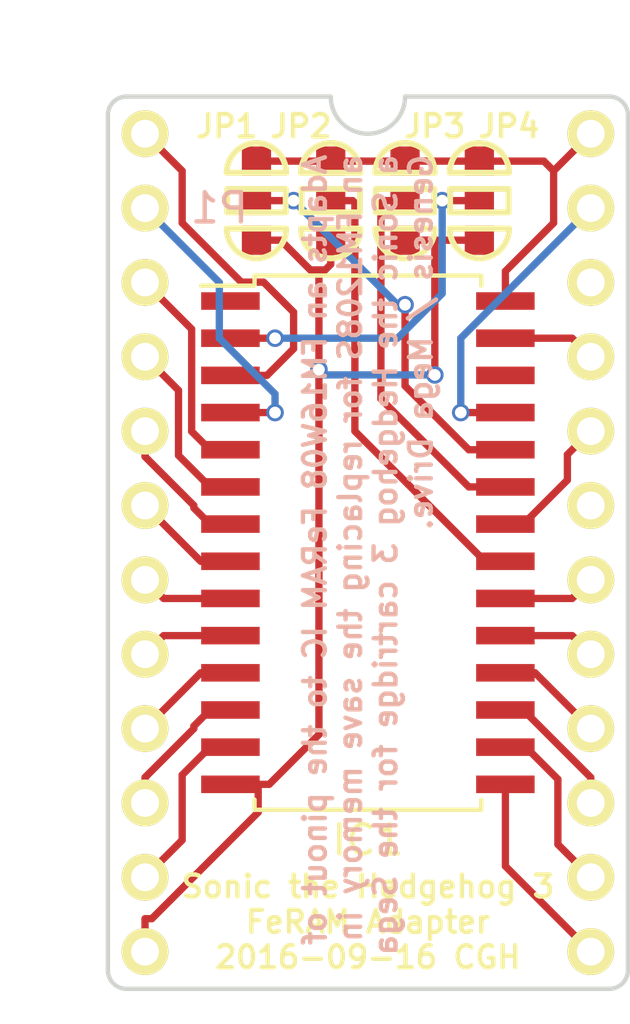
<source format=kicad_pcb>
(kicad_pcb (version 20171130) (host pcbnew "(5.1.12)-1")

  (general
    (thickness 1.6)
    (drawings 12)
    (tracks 126)
    (zones 0)
    (modules 6)
    (nets 29)
  )

  (page A4)
  (layers
    (0 F.Cu signal)
    (31 B.Cu signal)
    (32 B.Adhes user hide)
    (33 F.Adhes user hide)
    (34 B.Paste user)
    (35 F.Paste user hide)
    (36 B.SilkS user)
    (37 F.SilkS user)
    (38 B.Mask user)
    (39 F.Mask user)
    (40 Dwgs.User user)
    (41 Cmts.User user)
    (42 Eco1.User user)
    (43 Eco2.User user)
    (44 Edge.Cuts user)
    (45 Margin user)
    (46 B.CrtYd user)
    (47 F.CrtYd user)
    (48 B.Fab user)
    (49 F.Fab user)
  )

  (setup
    (last_trace_width 0.25)
    (trace_clearance 0.2)
    (zone_clearance 0.254)
    (zone_45_only no)
    (trace_min 0.2)
    (via_size 0.6)
    (via_drill 0.4)
    (via_min_size 0.4)
    (via_min_drill 0.3)
    (uvia_size 0.3)
    (uvia_drill 0.1)
    (uvias_allowed no)
    (uvia_min_size 0.2)
    (uvia_min_drill 0.1)
    (edge_width 0.15)
    (segment_width 0.2)
    (pcb_text_width 0.3)
    (pcb_text_size 1.5 1.5)
    (mod_edge_width 0.15)
    (mod_text_size 1 1)
    (mod_text_width 0.15)
    (pad_size 1.6 1.6)
    (pad_drill 0.95)
    (pad_to_mask_clearance 0.0762)
    (aux_axis_origin 0 0)
    (visible_elements 7FFFFFFF)
    (pcbplotparams
      (layerselection 0x00030_80000001)
      (usegerberextensions false)
      (usegerberattributes true)
      (usegerberadvancedattributes true)
      (creategerberjobfile true)
      (excludeedgelayer true)
      (linewidth 0.100000)
      (plotframeref false)
      (viasonmask false)
      (mode 1)
      (useauxorigin false)
      (hpglpennumber 1)
      (hpglpenspeed 20)
      (hpglpendiameter 15.000000)
      (psnegative false)
      (psa4output false)
      (plotreference true)
      (plotvalue true)
      (plotinvisibletext false)
      (padsonsilk false)
      (subtractmaskfromsilk false)
      (outputformat 1)
      (mirror false)
      (drillshape 1)
      (scaleselection 1)
      (outputdirectory ""))
  )

  (net 0 "")
  (net 1 GND)
  (net 2 "Net-(IC1-Pad3)")
  (net 3 "Net-(IC1-Pad4)")
  (net 4 "Net-(IC1-Pad5)")
  (net 5 "Net-(IC1-Pad6)")
  (net 6 "Net-(IC1-Pad7)")
  (net 7 "Net-(IC1-Pad8)")
  (net 8 "Net-(IC1-Pad9)")
  (net 9 "Net-(IC1-Pad10)")
  (net 10 "Net-(IC1-Pad11)")
  (net 11 "Net-(IC1-Pad12)")
  (net 12 "Net-(IC1-Pad13)")
  (net 13 "Net-(IC1-Pad15)")
  (net 14 "Net-(IC1-Pad16)")
  (net 15 "Net-(IC1-Pad17)")
  (net 16 "Net-(IC1-Pad18)")
  (net 17 "Net-(IC1-Pad19)")
  (net 18 "Net-(IC1-Pad20)")
  (net 19 "Net-(IC1-Pad22)")
  (net 20 "Net-(IC1-Pad25)")
  (net 21 "Net-(IC1-Pad27)")
  (net 22 +5V)
  (net 23 "Net-(P1-Pad19)")
  (net 24 "Net-(P1-Pad22)")
  (net 25 "Net-(IC1-Pad2)")
  (net 26 "Net-(IC1-Pad21)")
  (net 27 "Net-(IC1-Pad23)")
  (net 28 "Net-(IC1-Pad24)")

  (net_class Default "This is the default net class."
    (clearance 0.2)
    (trace_width 0.25)
    (via_dia 0.6)
    (via_drill 0.4)
    (uvia_dia 0.3)
    (uvia_drill 0.1)
    (add_net +5V)
    (add_net GND)
    (add_net "Net-(IC1-Pad10)")
    (add_net "Net-(IC1-Pad11)")
    (add_net "Net-(IC1-Pad12)")
    (add_net "Net-(IC1-Pad13)")
    (add_net "Net-(IC1-Pad15)")
    (add_net "Net-(IC1-Pad16)")
    (add_net "Net-(IC1-Pad17)")
    (add_net "Net-(IC1-Pad18)")
    (add_net "Net-(IC1-Pad19)")
    (add_net "Net-(IC1-Pad2)")
    (add_net "Net-(IC1-Pad20)")
    (add_net "Net-(IC1-Pad21)")
    (add_net "Net-(IC1-Pad22)")
    (add_net "Net-(IC1-Pad23)")
    (add_net "Net-(IC1-Pad24)")
    (add_net "Net-(IC1-Pad25)")
    (add_net "Net-(IC1-Pad27)")
    (add_net "Net-(IC1-Pad3)")
    (add_net "Net-(IC1-Pad4)")
    (add_net "Net-(IC1-Pad5)")
    (add_net "Net-(IC1-Pad6)")
    (add_net "Net-(IC1-Pad7)")
    (add_net "Net-(IC1-Pad8)")
    (add_net "Net-(IC1-Pad9)")
    (add_net "Net-(P1-Pad19)")
    (add_net "Net-(P1-Pad22)")
  )

  (module Housings_DIP:DIP-24_W15.24mm (layer F.Cu) (tedit 57DC65B6) (tstamp 57C88CFF)
    (at 68.58 62.23)
    (descr "24-lead dip package, row spacing 15.24 mm (600 mils)")
    (tags "dil dip 2.54 600")
    (path /57C84E85)
    (fp_text reference P1 (at 2.54 2.54) (layer B.SilkS)
      (effects (font (size 1 1) (thickness 0.15)) (justify mirror))
    )
    (fp_text value CONN_02X12 (at 0 -3.72) (layer F.Fab)
      (effects (font (size 1 1) (thickness 0.15)))
    )
    (fp_line (start -1.05 30.4) (end 16.3 30.4) (layer F.CrtYd) (width 0.05))
    (fp_line (start -1.05 -2.45) (end 16.3 -2.45) (layer F.CrtYd) (width 0.05))
    (fp_line (start 16.3 -2.45) (end 16.3 30.4) (layer F.CrtYd) (width 0.05))
    (fp_line (start -1.05 -2.45) (end -1.05 30.4) (layer F.CrtYd) (width 0.05))
    (pad 1 thru_hole oval (at 0 0) (size 1.6 1.6) (drill 0.95) (layers *.Cu *.Mask F.SilkS)
      (net 2 "Net-(IC1-Pad3)"))
    (pad 2 thru_hole oval (at 0 2.54) (size 1.6 1.6) (drill 0.95) (layers *.Cu *.Mask F.SilkS)
      (net 3 "Net-(IC1-Pad4)"))
    (pad 3 thru_hole oval (at 0 5.08) (size 1.6 1.6) (drill 0.95) (layers *.Cu *.Mask F.SilkS)
      (net 4 "Net-(IC1-Pad5)"))
    (pad 4 thru_hole oval (at 0 7.62) (size 1.6 1.6) (drill 0.95) (layers *.Cu *.Mask F.SilkS)
      (net 5 "Net-(IC1-Pad6)"))
    (pad 5 thru_hole oval (at 0 10.16) (size 1.6 1.6) (drill 0.95) (layers *.Cu *.Mask F.SilkS)
      (net 6 "Net-(IC1-Pad7)"))
    (pad 6 thru_hole oval (at 0 12.7) (size 1.6 1.6) (drill 0.95) (layers *.Cu *.Mask F.SilkS)
      (net 7 "Net-(IC1-Pad8)"))
    (pad 7 thru_hole oval (at 0 15.24) (size 1.6 1.6) (drill 0.95) (layers *.Cu *.Mask F.SilkS)
      (net 8 "Net-(IC1-Pad9)"))
    (pad 8 thru_hole oval (at 0 17.78) (size 1.6 1.6) (drill 0.95) (layers *.Cu *.Mask F.SilkS)
      (net 9 "Net-(IC1-Pad10)"))
    (pad 9 thru_hole oval (at 0 20.32) (size 1.6 1.6) (drill 0.95) (layers *.Cu *.Mask F.SilkS)
      (net 10 "Net-(IC1-Pad11)"))
    (pad 10 thru_hole oval (at 0 22.86) (size 1.6 1.6) (drill 0.95) (layers *.Cu *.Mask F.SilkS)
      (net 11 "Net-(IC1-Pad12)"))
    (pad 11 thru_hole oval (at 0 25.4) (size 1.6 1.6) (drill 0.95) (layers *.Cu *.Mask F.SilkS)
      (net 12 "Net-(IC1-Pad13)"))
    (pad 12 thru_hole oval (at 0 27.94) (size 1.6 1.6) (drill 0.95) (layers *.Cu *.Mask F.SilkS)
      (net 1 GND))
    (pad 13 thru_hole oval (at 15.24 27.94) (size 1.6 1.6) (drill 0.95) (layers *.Cu *.Mask F.SilkS)
      (net 13 "Net-(IC1-Pad15)"))
    (pad 14 thru_hole oval (at 15.24 25.4) (size 1.6 1.6) (drill 0.95) (layers *.Cu *.Mask F.SilkS)
      (net 14 "Net-(IC1-Pad16)"))
    (pad 15 thru_hole oval (at 15.24 22.86) (size 1.6 1.6) (drill 0.95) (layers *.Cu *.Mask F.SilkS)
      (net 15 "Net-(IC1-Pad17)"))
    (pad 16 thru_hole oval (at 15.24 20.32) (size 1.6 1.6) (drill 0.95) (layers *.Cu *.Mask F.SilkS)
      (net 16 "Net-(IC1-Pad18)"))
    (pad 17 thru_hole oval (at 15.24 17.78) (size 1.6 1.6) (drill 0.95) (layers *.Cu *.Mask F.SilkS)
      (net 17 "Net-(IC1-Pad19)"))
    (pad 18 thru_hole oval (at 15.24 15.24) (size 1.6 1.6) (drill 0.95) (layers *.Cu *.Mask F.SilkS)
      (net 18 "Net-(IC1-Pad20)"))
    (pad 19 thru_hole oval (at 15.24 12.7) (size 1.6 1.6) (drill 0.95) (layers *.Cu *.Mask F.SilkS)
      (net 23 "Net-(P1-Pad19)"))
    (pad 20 thru_hole oval (at 15.24 10.16) (size 1.6 1.6) (drill 0.95) (layers *.Cu *.Mask F.SilkS)
      (net 19 "Net-(IC1-Pad22)"))
    (pad 21 thru_hole oval (at 15.24 7.62) (size 1.6 1.6) (drill 0.95) (layers *.Cu *.Mask F.SilkS)
      (net 21 "Net-(IC1-Pad27)"))
    (pad 22 thru_hole oval (at 15.24 5.08) (size 1.6 1.6) (drill 0.95) (layers *.Cu *.Mask F.SilkS)
      (net 24 "Net-(P1-Pad22)"))
    (pad 23 thru_hole oval (at 15.24 2.54) (size 1.6 1.6) (drill 0.95) (layers *.Cu *.Mask F.SilkS)
      (net 20 "Net-(IC1-Pad25)"))
    (pad 24 thru_hole oval (at 15.24 0) (size 1.6 1.6) (drill 0.95) (layers *.Cu *.Mask F.SilkS)
      (net 22 +5V))
    (model Pin_Headers.3dshapes/Pin_Header_Straight_1x12.wrl
      (offset (xyz 0 -13.96999979019165 -1.523999977111816))
      (scale (xyz 1 1 1))
      (rotate (xyz 0 180 90))
    )
    (model Pin_Headers.3dshapes/Pin_Header_Straight_1x12.wrl
      (offset (xyz 15.23999977111816 -13.96999979019165 -1.523999977111816))
      (scale (xyz 1 1 1))
      (rotate (xyz 0 180 90))
    )
  )

  (module Housings_SOIC:SOIC-28_7.5x17.9mm_Pitch1.27mm (layer F.Cu) (tedit 54130A77) (tstamp 57C88CD8)
    (at 76.2 76.2)
    (descr "28-Lead Plastic Small Outline (SO) - Wide, 7.50 mm Body [SOIC] (see Microchip Packaging Specification 00000049BS.pdf)")
    (tags "SOIC 1.27")
    (path /57C84DB9)
    (attr smd)
    (fp_text reference IC1 (at 0 10.16) (layer F.SilkS)
      (effects (font (size 1 1) (thickness 0.15)))
    )
    (fp_text value FM16W08-SG (at 0 10.05) (layer F.Fab)
      (effects (font (size 1 1) (thickness 0.15)))
    )
    (fp_line (start -3.875 -8.78) (end -5.7 -8.78) (layer F.SilkS) (width 0.15))
    (fp_line (start -3.875 9.125) (end 3.875 9.125) (layer F.SilkS) (width 0.15))
    (fp_line (start -3.875 -9.125) (end 3.875 -9.125) (layer F.SilkS) (width 0.15))
    (fp_line (start -3.875 9.125) (end -3.875 8.78) (layer F.SilkS) (width 0.15))
    (fp_line (start 3.875 9.125) (end 3.875 8.78) (layer F.SilkS) (width 0.15))
    (fp_line (start 3.875 -9.125) (end 3.875 -8.78) (layer F.SilkS) (width 0.15))
    (fp_line (start -3.875 -9.125) (end -3.875 -8.78) (layer F.SilkS) (width 0.15))
    (fp_line (start -5.95 9.3) (end 5.95 9.3) (layer F.CrtYd) (width 0.05))
    (fp_line (start -5.95 -9.3) (end 5.95 -9.3) (layer F.CrtYd) (width 0.05))
    (fp_line (start 5.95 -9.3) (end 5.95 9.3) (layer F.CrtYd) (width 0.05))
    (fp_line (start -5.95 -9.3) (end -5.95 9.3) (layer F.CrtYd) (width 0.05))
    (pad 1 smd rect (at -4.7 -8.255) (size 2 0.6) (layers F.Cu F.Paste F.Mask))
    (pad 2 smd rect (at -4.7 -6.985) (size 2 0.6) (layers F.Cu F.Paste F.Mask)
      (net 25 "Net-(IC1-Pad2)"))
    (pad 3 smd rect (at -4.7 -5.715) (size 2 0.6) (layers F.Cu F.Paste F.Mask)
      (net 2 "Net-(IC1-Pad3)"))
    (pad 4 smd rect (at -4.7 -4.445) (size 2 0.6) (layers F.Cu F.Paste F.Mask)
      (net 3 "Net-(IC1-Pad4)"))
    (pad 5 smd rect (at -4.7 -3.175) (size 2 0.6) (layers F.Cu F.Paste F.Mask)
      (net 4 "Net-(IC1-Pad5)"))
    (pad 6 smd rect (at -4.7 -1.905) (size 2 0.6) (layers F.Cu F.Paste F.Mask)
      (net 5 "Net-(IC1-Pad6)"))
    (pad 7 smd rect (at -4.7 -0.635) (size 2 0.6) (layers F.Cu F.Paste F.Mask)
      (net 6 "Net-(IC1-Pad7)"))
    (pad 8 smd rect (at -4.7 0.635) (size 2 0.6) (layers F.Cu F.Paste F.Mask)
      (net 7 "Net-(IC1-Pad8)"))
    (pad 9 smd rect (at -4.7 1.905) (size 2 0.6) (layers F.Cu F.Paste F.Mask)
      (net 8 "Net-(IC1-Pad9)"))
    (pad 10 smd rect (at -4.7 3.175) (size 2 0.6) (layers F.Cu F.Paste F.Mask)
      (net 9 "Net-(IC1-Pad10)"))
    (pad 11 smd rect (at -4.7 4.445) (size 2 0.6) (layers F.Cu F.Paste F.Mask)
      (net 10 "Net-(IC1-Pad11)"))
    (pad 12 smd rect (at -4.7 5.715) (size 2 0.6) (layers F.Cu F.Paste F.Mask)
      (net 11 "Net-(IC1-Pad12)"))
    (pad 13 smd rect (at -4.7 6.985) (size 2 0.6) (layers F.Cu F.Paste F.Mask)
      (net 12 "Net-(IC1-Pad13)"))
    (pad 14 smd rect (at -4.7 8.255) (size 2 0.6) (layers F.Cu F.Paste F.Mask)
      (net 1 GND))
    (pad 15 smd rect (at 4.7 8.255) (size 2 0.6) (layers F.Cu F.Paste F.Mask)
      (net 13 "Net-(IC1-Pad15)"))
    (pad 16 smd rect (at 4.7 6.985) (size 2 0.6) (layers F.Cu F.Paste F.Mask)
      (net 14 "Net-(IC1-Pad16)"))
    (pad 17 smd rect (at 4.7 5.715) (size 2 0.6) (layers F.Cu F.Paste F.Mask)
      (net 15 "Net-(IC1-Pad17)"))
    (pad 18 smd rect (at 4.7 4.445) (size 2 0.6) (layers F.Cu F.Paste F.Mask)
      (net 16 "Net-(IC1-Pad18)"))
    (pad 19 smd rect (at 4.7 3.175) (size 2 0.6) (layers F.Cu F.Paste F.Mask)
      (net 17 "Net-(IC1-Pad19)"))
    (pad 20 smd rect (at 4.7 1.905) (size 2 0.6) (layers F.Cu F.Paste F.Mask)
      (net 18 "Net-(IC1-Pad20)"))
    (pad 21 smd rect (at 4.7 0.635) (size 2 0.6) (layers F.Cu F.Paste F.Mask)
      (net 26 "Net-(IC1-Pad21)"))
    (pad 22 smd rect (at 4.7 -0.635) (size 2 0.6) (layers F.Cu F.Paste F.Mask)
      (net 19 "Net-(IC1-Pad22)"))
    (pad 23 smd rect (at 4.7 -1.905) (size 2 0.6) (layers F.Cu F.Paste F.Mask)
      (net 27 "Net-(IC1-Pad23)"))
    (pad 24 smd rect (at 4.7 -3.175) (size 2 0.6) (layers F.Cu F.Paste F.Mask)
      (net 28 "Net-(IC1-Pad24)"))
    (pad 25 smd rect (at 4.7 -4.445) (size 2 0.6) (layers F.Cu F.Paste F.Mask)
      (net 20 "Net-(IC1-Pad25)"))
    (pad 26 smd rect (at 4.7 -5.715) (size 2 0.6) (layers F.Cu F.Paste F.Mask))
    (pad 27 smd rect (at 4.7 -6.985) (size 2 0.6) (layers F.Cu F.Paste F.Mask)
      (net 21 "Net-(IC1-Pad27)"))
    (pad 28 smd rect (at 4.7 -8.255) (size 2 0.6) (layers F.Cu F.Paste F.Mask)
      (net 22 +5V))
    (model Housings_SOIC.3dshapes/SOIC-28_7.5x17.9mm_Pitch1.27mm.wrl
      (at (xyz 0 0 0))
      (scale (xyz 1 1 1))
      (rotate (xyz 0 0 0))
    )
  )

  (module jumper:SOLDER-JUMPER_2-WAY (layer F.Cu) (tedit 0) (tstamp 57DE4FA1)
    (at 72.39 64.516 90)
    (path /57DC5DD7)
    (fp_text reference JP1 (at 2.54 -1.016 180) (layer F.SilkS)
      (effects (font (size 0.762 0.762) (thickness 0.1524)))
    )
    (fp_text value JUMPER3 (at 0 0 90) (layer F.SilkS) hide
      (effects (font (size 0.762 0.762) (thickness 0.1524)))
    )
    (fp_line (start -0.954 -1.016) (end -0.954 1.016) (layer F.SilkS) (width 0.2032))
    (fp_line (start 0.954 1.016) (end 0.954 -1.016) (layer F.SilkS) (width 0.2032))
    (fp_line (start 0.4 -1) (end -0.4 -1) (layer F.SilkS) (width 0.2032))
    (fp_line (start 0.4 1) (end 0.4 -1) (layer F.SilkS) (width 0.2032))
    (fp_line (start -0.4 1) (end 0.4 1) (layer F.SilkS) (width 0.2032))
    (fp_line (start -0.4 -1) (end -0.4 1) (layer F.SilkS) (width 0.2032))
    (fp_arc (start 0.954 0) (end 1.97 0) (angle 90) (layer F.SilkS) (width 0.2032))
    (fp_arc (start 0.954 0) (end 0.954 -1.016) (angle 90) (layer F.SilkS) (width 0.2032))
    (fp_arc (start -0.954 0) (end -1.97 0) (angle 90) (layer F.SilkS) (width 0.2032))
    (fp_arc (start -0.954 0) (end -0.954 1.016) (angle 90) (layer F.SilkS) (width 0.2032))
    (pad 1 smd rect (at -1.35 0 90) (size 1 1) (layers F.Cu F.Paste F.Mask)
      (net 1 GND))
    (pad 3 smd rect (at 1.35 0 90) (size 1 1) (layers F.Cu F.Paste F.Mask)
      (net 22 +5V))
    (pad 2 smd rect (at 0 0 90) (size 1 1) (layers F.Cu F.Paste F.Mask)
      (net 28 "Net-(IC1-Pad24)"))
  )

  (module jumper:SOLDER-JUMPER_2-WAY (layer F.Cu) (tedit 0) (tstamp 57DE4FB2)
    (at 74.93 64.516 90)
    (path /57DC5ED4)
    (fp_text reference JP2 (at 2.54 -1.016 180) (layer F.SilkS)
      (effects (font (size 0.762 0.762) (thickness 0.1524)))
    )
    (fp_text value JUMPER3 (at 0 0 90) (layer F.SilkS) hide
      (effects (font (size 0.762 0.762) (thickness 0.1524)))
    )
    (fp_line (start -0.954 -1.016) (end -0.954 1.016) (layer F.SilkS) (width 0.2032))
    (fp_line (start 0.954 1.016) (end 0.954 -1.016) (layer F.SilkS) (width 0.2032))
    (fp_line (start 0.4 -1) (end -0.4 -1) (layer F.SilkS) (width 0.2032))
    (fp_line (start 0.4 1) (end 0.4 -1) (layer F.SilkS) (width 0.2032))
    (fp_line (start -0.4 1) (end 0.4 1) (layer F.SilkS) (width 0.2032))
    (fp_line (start -0.4 -1) (end -0.4 1) (layer F.SilkS) (width 0.2032))
    (fp_arc (start 0.954 0) (end 1.97 0) (angle 90) (layer F.SilkS) (width 0.2032))
    (fp_arc (start 0.954 0) (end 0.954 -1.016) (angle 90) (layer F.SilkS) (width 0.2032))
    (fp_arc (start -0.954 0) (end -1.97 0) (angle 90) (layer F.SilkS) (width 0.2032))
    (fp_arc (start -0.954 0) (end -0.954 1.016) (angle 90) (layer F.SilkS) (width 0.2032))
    (pad 1 smd rect (at -1.35 0 90) (size 1 1) (layers F.Cu F.Paste F.Mask)
      (net 1 GND))
    (pad 3 smd rect (at 1.35 0 90) (size 1 1) (layers F.Cu F.Paste F.Mask)
      (net 22 +5V))
    (pad 2 smd rect (at 0 0 90) (size 1 1) (layers F.Cu F.Paste F.Mask)
      (net 26 "Net-(IC1-Pad21)"))
  )

  (module jumper:SOLDER-JUMPER_2-WAY (layer F.Cu) (tedit 0) (tstamp 57DE4FC3)
    (at 77.47 64.516 90)
    (path /57DC5EFC)
    (fp_text reference JP3 (at 2.54 1.016 180) (layer F.SilkS)
      (effects (font (size 0.762 0.762) (thickness 0.1524)))
    )
    (fp_text value JUMPER3 (at 0 0 90) (layer F.SilkS) hide
      (effects (font (size 0.762 0.762) (thickness 0.1524)))
    )
    (fp_line (start -0.954 -1.016) (end -0.954 1.016) (layer F.SilkS) (width 0.2032))
    (fp_line (start 0.954 1.016) (end 0.954 -1.016) (layer F.SilkS) (width 0.2032))
    (fp_line (start 0.4 -1) (end -0.4 -1) (layer F.SilkS) (width 0.2032))
    (fp_line (start 0.4 1) (end 0.4 -1) (layer F.SilkS) (width 0.2032))
    (fp_line (start -0.4 1) (end 0.4 1) (layer F.SilkS) (width 0.2032))
    (fp_line (start -0.4 -1) (end -0.4 1) (layer F.SilkS) (width 0.2032))
    (fp_arc (start 0.954 0) (end 1.97 0) (angle 90) (layer F.SilkS) (width 0.2032))
    (fp_arc (start 0.954 0) (end 0.954 -1.016) (angle 90) (layer F.SilkS) (width 0.2032))
    (fp_arc (start -0.954 0) (end -1.97 0) (angle 90) (layer F.SilkS) (width 0.2032))
    (fp_arc (start -0.954 0) (end -0.954 1.016) (angle 90) (layer F.SilkS) (width 0.2032))
    (pad 1 smd rect (at -1.35 0 90) (size 1 1) (layers F.Cu F.Paste F.Mask)
      (net 1 GND))
    (pad 3 smd rect (at 1.35 0 90) (size 1 1) (layers F.Cu F.Paste F.Mask)
      (net 22 +5V))
    (pad 2 smd rect (at 0 0 90) (size 1 1) (layers F.Cu F.Paste F.Mask)
      (net 27 "Net-(IC1-Pad23)"))
  )

  (module jumper:SOLDER-JUMPER_2-WAY (layer F.Cu) (tedit 0) (tstamp 57DE4FD4)
    (at 80.01 64.516 90)
    (path /57DC5F4A)
    (fp_text reference JP4 (at 2.54 1.016 180) (layer F.SilkS)
      (effects (font (size 0.762 0.762) (thickness 0.1524)))
    )
    (fp_text value JUMPER3 (at 0 0 90) (layer F.SilkS) hide
      (effects (font (size 0.762 0.762) (thickness 0.1524)))
    )
    (fp_line (start -0.954 -1.016) (end -0.954 1.016) (layer F.SilkS) (width 0.2032))
    (fp_line (start 0.954 1.016) (end 0.954 -1.016) (layer F.SilkS) (width 0.2032))
    (fp_line (start 0.4 -1) (end -0.4 -1) (layer F.SilkS) (width 0.2032))
    (fp_line (start 0.4 1) (end 0.4 -1) (layer F.SilkS) (width 0.2032))
    (fp_line (start -0.4 1) (end 0.4 1) (layer F.SilkS) (width 0.2032))
    (fp_line (start -0.4 -1) (end -0.4 1) (layer F.SilkS) (width 0.2032))
    (fp_arc (start 0.954 0) (end 1.97 0) (angle 90) (layer F.SilkS) (width 0.2032))
    (fp_arc (start 0.954 0) (end 0.954 -1.016) (angle 90) (layer F.SilkS) (width 0.2032))
    (fp_arc (start -0.954 0) (end -1.97 0) (angle 90) (layer F.SilkS) (width 0.2032))
    (fp_arc (start -0.954 0) (end -0.954 1.016) (angle 90) (layer F.SilkS) (width 0.2032))
    (pad 1 smd rect (at -1.35 0 90) (size 1 1) (layers F.Cu F.Paste F.Mask)
      (net 1 GND))
    (pad 3 smd rect (at 1.35 0 90) (size 1 1) (layers F.Cu F.Paste F.Mask)
      (net 22 +5V))
    (pad 2 smd rect (at 0 0 90) (size 1 1) (layers F.Cu F.Paste F.Mask)
      (net 25 "Net-(IC1-Pad2)"))
  )

  (gr_text "Adapts an FM16W08 FeRAM IC to the pinout of\nan FM1208S for replacing the save memory in\na Sonic the Hedgehog 3 cartridge for the Sega\nGenesis / Mega Drive." (at 76.2 62.865 90) (layer B.SilkS)
    (effects (font (size 0.75 0.75) (thickness 0.15)) (justify left mirror))
  )
  (gr_text "Sonic the Hedgehog 3\nFeRAM Adapter\n2016-09-16 CGH" (at 76.2 89.154) (layer F.SilkS)
    (effects (font (size 0.75 0.75) (thickness 0.15)))
  )
  (gr_arc (start 67.945 90.805) (end 67.945 91.44) (angle 90) (layer Edge.Cuts) (width 0.15))
  (gr_arc (start 84.455 90.805) (end 85.09 90.805) (angle 90) (layer Edge.Cuts) (width 0.15))
  (gr_arc (start 84.455 61.595) (end 84.455 60.96) (angle 90) (layer Edge.Cuts) (width 0.15))
  (gr_arc (start 67.945 61.595) (end 67.31 61.595) (angle 90) (layer Edge.Cuts) (width 0.15))
  (gr_arc (start 76.2 60.96) (end 77.47 60.96) (angle 180) (layer Edge.Cuts) (width 0.15))
  (gr_line (start 77.47 60.96) (end 84.455 60.96) (layer Edge.Cuts) (width 0.15) (tstamp 57C89001))
  (gr_line (start 67.31 90.805) (end 67.31 61.595) (layer Edge.Cuts) (width 0.15))
  (gr_line (start 84.455 91.44) (end 67.945 91.44) (layer Edge.Cuts) (width 0.15))
  (gr_line (start 85.09 61.595) (end 85.09 90.805) (layer Edge.Cuts) (width 0.15))
  (gr_line (start 67.945 60.96) (end 74.93 60.96) (layer Edge.Cuts) (width 0.15))

  (segment (start 68.58 90.17) (end 68.58 89.0449) (width 0.25) (layer F.Cu) (net 1))
  (segment (start 72.4493 84.455) (end 72.4493 85.4087) (width 0.25) (layer F.Cu) (net 1))
  (segment (start 72.4493 85.4087) (end 68.8131 89.0449) (width 0.25) (layer F.Cu) (net 1))
  (segment (start 68.8131 89.0449) (end 68.58 89.0449) (width 0.25) (layer F.Cu) (net 1))
  (segment (start 72.4493 84.455) (end 72.8251 84.455) (width 0.25) (layer F.Cu) (net 1))
  (segment (start 71.5 84.455) (end 72.4492 84.455) (width 0.25) (layer F.Cu) (net 1))
  (segment (start 72.4492 84.455) (end 72.4493 84.455) (width 0.25) (layer F.Cu) (net 1))
  (segment (start 74.5259 70.2876) (end 74.5259 82.7542) (width 0.25) (layer F.Cu) (net 1))
  (segment (start 74.5259 82.7542) (end 72.8251 84.455) (width 0.25) (layer F.Cu) (net 1))
  (segment (start 74.5259 66.883) (end 74.5259 70.2876) (width 0.25) (layer F.Cu) (net 1))
  (segment (start 74.5259 66.883) (end 74.2321 66.883) (width 0.25) (layer F.Cu) (net 1))
  (segment (start 74.2321 66.883) (end 73.2151 65.866) (width 0.25) (layer F.Cu) (net 1))
  (segment (start 74.93 66.6911) (end 74.7381 66.883) (width 0.25) (layer F.Cu) (net 1))
  (segment (start 74.7381 66.883) (end 74.5259 66.883) (width 0.25) (layer F.Cu) (net 1))
  (segment (start 72.39 65.866) (end 73.2151 65.866) (width 0.25) (layer F.Cu) (net 1))
  (segment (start 78.4879 65.866) (end 77.47 65.866) (width 0.25) (layer F.Cu) (net 1))
  (segment (start 80.01 65.866) (end 78.4879 65.866) (width 0.25) (layer F.Cu) (net 1))
  (segment (start 78.4879 65.866) (end 78.4879 70.4689) (width 0.25) (layer F.Cu) (net 1))
  (segment (start 78.4879 70.4689) (end 74.7072 70.4689) (width 0.25) (layer B.Cu) (net 1))
  (segment (start 74.7072 70.4689) (end 74.5259 70.2876) (width 0.25) (layer B.Cu) (net 1))
  (segment (start 74.93 65.866) (end 74.93 66.6911) (width 0.25) (layer F.Cu) (net 1))
  (via (at 74.5259 70.2876) (size 0.6) (layers F.Cu B.Cu) (net 1))
  (via (at 78.4879 70.4689) (size 0.6) (layers F.Cu B.Cu) (net 1))
  (segment (start 68.58 62.23) (end 69.85 63.5) (width 0.25) (layer F.Cu) (net 2))
  (segment (start 69.85 63.5) (end 69.85 65.278) (width 0.25) (layer F.Cu) (net 2))
  (segment (start 69.85 65.278) (end 71.872 67.3) (width 0.25) (layer F.Cu) (net 2))
  (segment (start 71.872 67.3) (end 72.634 67.3) (width 0.25) (layer F.Cu) (net 2))
  (segment (start 72.634 67.3) (end 73.66 68.326) (width 0.25) (layer F.Cu) (net 2))
  (segment (start 73.66 68.326) (end 73.66 69.575) (width 0.25) (layer F.Cu) (net 2))
  (segment (start 73.66 69.575) (end 72.75 70.485) (width 0.25) (layer F.Cu) (net 2))
  (segment (start 72.75 70.485) (end 71.5 70.485) (width 0.25) (layer F.Cu) (net 2))
  (segment (start 71.5 71.755) (end 73.025 71.755) (width 0.25) (layer F.Cu) (net 3))
  (segment (start 73.025 71.755) (end 73.025 71.12) (width 0.25) (layer B.Cu) (net 3))
  (segment (start 73.025 71.12) (end 71.12 69.215) (width 0.25) (layer B.Cu) (net 3))
  (segment (start 71.12 69.215) (end 71.12 67.31) (width 0.25) (layer B.Cu) (net 3))
  (segment (start 71.12 67.31) (end 68.58 64.77) (width 0.25) (layer B.Cu) (net 3))
  (via (at 73.025 71.755) (size 0.6) (layers F.Cu B.Cu) (net 3))
  (segment (start 71.5 73.025) (end 70.8 73.025) (width 0.25) (layer F.Cu) (net 4))
  (segment (start 70.8 73.025) (end 70.175 72.4) (width 0.25) (layer F.Cu) (net 4))
  (segment (start 70.175 72.4) (end 70.175 68.905) (width 0.25) (layer F.Cu) (net 4))
  (segment (start 70.175 68.905) (end 68.58 67.31) (width 0.25) (layer F.Cu) (net 4))
  (segment (start 71.5 74.295) (end 70.8 74.295) (width 0.25) (layer F.Cu) (net 5))
  (segment (start 70.8 74.295) (end 69.725 73.22) (width 0.25) (layer F.Cu) (net 5))
  (segment (start 69.725 73.22) (end 69.725 70.995) (width 0.25) (layer F.Cu) (net 5))
  (segment (start 69.725 70.995) (end 68.58 69.85) (width 0.25) (layer F.Cu) (net 5))
  (segment (start 71.5 75.565) (end 70.8 75.565) (width 0.25) (layer F.Cu) (net 6))
  (segment (start 70.8 75.565) (end 70.25 75.015) (width 0.25) (layer F.Cu) (net 6))
  (segment (start 70.25 75.015) (end 70.25 74.93) (width 0.25) (layer F.Cu) (net 6))
  (segment (start 70.25 74.93) (end 68.58 73.26) (width 0.25) (layer F.Cu) (net 6))
  (segment (start 68.58 73.26) (end 68.58 72.39) (width 0.25) (layer F.Cu) (net 6))
  (segment (start 71.5 76.835) (end 70.485 76.835) (width 0.25) (layer F.Cu) (net 7))
  (segment (start 70.485 76.835) (end 68.58 74.93) (width 0.25) (layer F.Cu) (net 7))
  (segment (start 71.5 78.105) (end 69.215 78.105) (width 0.25) (layer F.Cu) (net 8))
  (segment (start 69.215 78.105) (end 68.58 77.47) (width 0.25) (layer F.Cu) (net 8))
  (segment (start 71.5 79.375) (end 69.215 79.375) (width 0.25) (layer F.Cu) (net 9))
  (segment (start 69.215 79.375) (end 68.58 80.01) (width 0.25) (layer F.Cu) (net 9))
  (segment (start 71.5 80.645) (end 70.485 80.645) (width 0.25) (layer F.Cu) (net 10))
  (segment (start 70.485 80.645) (end 68.58 82.55) (width 0.25) (layer F.Cu) (net 10))
  (segment (start 71.5 81.915) (end 70.8 81.915) (width 0.25) (layer F.Cu) (net 11))
  (segment (start 70.8 81.915) (end 70.25 82.465) (width 0.25) (layer F.Cu) (net 11))
  (segment (start 70.25 82.465) (end 70.25 82.55) (width 0.25) (layer F.Cu) (net 11))
  (segment (start 70.25 82.55) (end 68.58 84.22) (width 0.25) (layer F.Cu) (net 11))
  (segment (start 68.58 84.22) (end 68.58 85.09) (width 0.25) (layer F.Cu) (net 11))
  (segment (start 71.5 83.185) (end 70.8 83.185) (width 0.25) (layer F.Cu) (net 12))
  (segment (start 70.8 83.185) (end 69.85 84.135) (width 0.25) (layer F.Cu) (net 12))
  (segment (start 69.85 84.135) (end 69.85 86.36) (width 0.25) (layer F.Cu) (net 12))
  (segment (start 69.85 86.36) (end 68.58 87.63) (width 0.25) (layer F.Cu) (net 12))
  (segment (start 80.9 84.455) (end 80.9 87.25) (width 0.25) (layer F.Cu) (net 13))
  (segment (start 80.9 87.25) (end 83.82 90.17) (width 0.25) (layer F.Cu) (net 13))
  (segment (start 80.9 83.185) (end 81.6 83.185) (width 0.25) (layer F.Cu) (net 14))
  (segment (start 81.6 83.185) (end 82.695 84.28) (width 0.25) (layer F.Cu) (net 14))
  (segment (start 82.695 84.28) (end 82.695 86.505) (width 0.25) (layer F.Cu) (net 14))
  (segment (start 82.695 86.505) (end 83.82 87.63) (width 0.25) (layer F.Cu) (net 14))
  (segment (start 80.9 81.915) (end 81.515 81.915) (width 0.25) (layer F.Cu) (net 15))
  (segment (start 81.515 81.915) (end 83.82 84.22) (width 0.25) (layer F.Cu) (net 15))
  (segment (start 83.82 84.22) (end 83.82 85.09) (width 0.25) (layer F.Cu) (net 15))
  (segment (start 80.9 80.645) (end 81.915 80.645) (width 0.25) (layer F.Cu) (net 16))
  (segment (start 81.915 80.645) (end 83.82 82.55) (width 0.25) (layer F.Cu) (net 16))
  (segment (start 80.9 79.375) (end 83.185 79.375) (width 0.25) (layer F.Cu) (net 17))
  (segment (start 83.185 79.375) (end 83.82 80.01) (width 0.25) (layer F.Cu) (net 17))
  (segment (start 80.9 78.105) (end 83.185 78.105) (width 0.25) (layer F.Cu) (net 18))
  (segment (start 83.185 78.105) (end 83.82 77.47) (width 0.25) (layer F.Cu) (net 18))
  (segment (start 80.9 75.565) (end 81.515 75.565) (width 0.25) (layer F.Cu) (net 19))
  (segment (start 81.515 75.565) (end 83.02 74.06) (width 0.25) (layer F.Cu) (net 19))
  (segment (start 83.02 74.06) (end 83.02 73.19) (width 0.25) (layer F.Cu) (net 19))
  (segment (start 83.02 73.19) (end 83.82 72.39) (width 0.25) (layer F.Cu) (net 19))
  (segment (start 80.9 71.755) (end 79.375 71.755) (width 0.25) (layer F.Cu) (net 20))
  (segment (start 79.375 71.755) (end 79.375 69.215) (width 0.25) (layer B.Cu) (net 20))
  (segment (start 79.375 69.215) (end 83.82 64.77) (width 0.25) (layer B.Cu) (net 20))
  (via (at 79.375 71.755) (size 0.6) (layers F.Cu B.Cu) (net 20))
  (segment (start 80.9 69.215) (end 83.185 69.215) (width 0.25) (layer F.Cu) (net 21))
  (segment (start 83.185 69.215) (end 83.82 69.85) (width 0.25) (layer F.Cu) (net 21))
  (segment (start 82.55 63.5) (end 83.82 62.23) (width 0.25) (layer F.Cu) (net 22))
  (segment (start 72.39 63.166) (end 74.93 63.166) (width 0.25) (layer F.Cu) (net 22))
  (segment (start 74.93 63.166) (end 77.47 63.166) (width 0.25) (layer F.Cu) (net 22))
  (segment (start 77.47 63.166) (end 80.01 63.166) (width 0.25) (layer F.Cu) (net 22))
  (segment (start 80.01 63.166) (end 82.216 63.166) (width 0.25) (layer F.Cu) (net 22))
  (segment (start 82.216 63.166) (end 82.55 63.5) (width 0.25) (layer F.Cu) (net 22))
  (segment (start 80.9 67.945) (end 80.9 66.928) (width 0.25) (layer F.Cu) (net 22))
  (segment (start 80.9 66.928) (end 82.55 65.278) (width 0.25) (layer F.Cu) (net 22))
  (segment (start 82.55 65.278) (end 82.55 63.5) (width 0.25) (layer F.Cu) (net 22))
  (segment (start 71.5 69.215) (end 73.025 69.215) (width 0.25) (layer F.Cu) (net 25))
  (segment (start 78.74 64.516) (end 80.01 64.516) (width 0.25) (layer F.Cu) (net 25))
  (segment (start 73.025 69.215) (end 77.216 69.215) (width 0.25) (layer B.Cu) (net 25))
  (segment (start 77.216 69.215) (end 78.74 67.691) (width 0.25) (layer B.Cu) (net 25))
  (segment (start 78.74 67.691) (end 78.74 64.516) (width 0.25) (layer B.Cu) (net 25))
  (via (at 73.025 69.215) (size 0.6) (layers F.Cu B.Cu) (net 25))
  (via (at 78.74 64.516) (size 0.6) (layers F.Cu B.Cu) (net 25))
  (segment (start 80.9 76.835) (end 80.2 76.835) (width 0.25) (layer F.Cu) (net 26))
  (segment (start 80.2 76.835) (end 75.755 72.39) (width 0.25) (layer F.Cu) (net 26))
  (segment (start 75.755 72.39) (end 75.755 64.591) (width 0.25) (layer F.Cu) (net 26))
  (segment (start 75.755 64.591) (end 75.68 64.516) (width 0.25) (layer F.Cu) (net 26))
  (segment (start 75.68 64.516) (end 74.93 64.516) (width 0.25) (layer F.Cu) (net 26))
  (segment (start 80.9 74.295) (end 79.65 74.295) (width 0.25) (layer F.Cu) (net 27))
  (segment (start 79.65 74.295) (end 76.645 71.29) (width 0.25) (layer F.Cu) (net 27))
  (segment (start 76.645 71.29) (end 76.645 64.591) (width 0.25) (layer F.Cu) (net 27))
  (segment (start 76.645 64.591) (end 76.72 64.516) (width 0.25) (layer F.Cu) (net 27))
  (segment (start 76.72 64.516) (end 77.47 64.516) (width 0.25) (layer F.Cu) (net 27))
  (segment (start 73.66 64.516) (end 72.39 64.516) (width 0.25) (layer F.Cu) (net 28))
  (segment (start 73.66 64.516) (end 77.216 68.072) (width 0.25) (layer B.Cu) (net 28))
  (segment (start 77.216 68.072) (end 77.47 68.072) (width 0.25) (layer B.Cu) (net 28))
  (segment (start 80.9 73.025) (end 79.65 73.025) (width 0.25) (layer F.Cu) (net 28))
  (segment (start 79.65 73.025) (end 77.47 70.845) (width 0.25) (layer F.Cu) (net 28))
  (segment (start 77.47 70.845) (end 77.47 68.072) (width 0.25) (layer F.Cu) (net 28))
  (via (at 73.66 64.516) (size 0.6) (layers F.Cu B.Cu) (net 28))
  (via (at 77.47 68.072) (size 0.6) (layers F.Cu B.Cu) (net 28))

)

</source>
